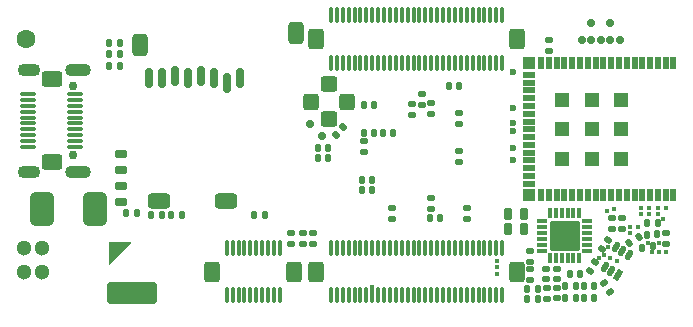
<source format=gbs>
G04*
G04 #@! TF.GenerationSoftware,Altium Limited,Altium Designer,25.1.2 (22)*
G04*
G04 Layer_Color=16711935*
%FSLAX44Y44*%
%MOMM*%
G71*
G04*
G04 #@! TF.SameCoordinates,2BCE8437-4B4B-493D-AEBF-8C89570F1AAD*
G04*
G04*
G04 #@! TF.FilePolarity,Negative*
G04*
G01*
G75*
%ADD18C,0.4000*%
G04:AMPARAMS|DCode=73|XSize=0.7mm|YSize=0.55mm|CornerRadius=0.1625mm|HoleSize=0mm|Usage=FLASHONLY|Rotation=0.000|XOffset=0mm|YOffset=0mm|HoleType=Round|Shape=RoundedRectangle|*
%AMROUNDEDRECTD73*
21,1,0.7000,0.2250,0,0,0.0*
21,1,0.3750,0.5500,0,0,0.0*
1,1,0.3250,0.1875,-0.1125*
1,1,0.3250,-0.1875,-0.1125*
1,1,0.3250,-0.1875,0.1125*
1,1,0.3250,0.1875,0.1125*
%
%ADD73ROUNDEDRECTD73*%
G04:AMPARAMS|DCode=74|XSize=0.7mm|YSize=0.55mm|CornerRadius=0.1625mm|HoleSize=0mm|Usage=FLASHONLY|Rotation=270.000|XOffset=0mm|YOffset=0mm|HoleType=Round|Shape=RoundedRectangle|*
%AMROUNDEDRECTD74*
21,1,0.7000,0.2250,0,0,270.0*
21,1,0.3750,0.5500,0,0,270.0*
1,1,0.3250,-0.1125,-0.1875*
1,1,0.3250,-0.1125,0.1875*
1,1,0.3250,0.1125,0.1875*
1,1,0.3250,0.1125,-0.1875*
%
%ADD74ROUNDEDRECTD74*%
G04:AMPARAMS|DCode=88|XSize=0.97mm|YSize=0.72mm|CornerRadius=0.135mm|HoleSize=0mm|Usage=FLASHONLY|Rotation=90.000|XOffset=0mm|YOffset=0mm|HoleType=Round|Shape=RoundedRectangle|*
%AMROUNDEDRECTD88*
21,1,0.9700,0.4500,0,0,90.0*
21,1,0.7000,0.7200,0,0,90.0*
1,1,0.2700,0.2250,0.3500*
1,1,0.2700,0.2250,-0.3500*
1,1,0.2700,-0.2250,-0.3500*
1,1,0.2700,-0.2250,0.3500*
%
%ADD88ROUNDEDRECTD88*%
%ADD98C,0.6000*%
G04:AMPARAMS|DCode=108|XSize=0.97mm|YSize=0.72mm|CornerRadius=0.135mm|HoleSize=0mm|Usage=FLASHONLY|Rotation=0.000|XOffset=0mm|YOffset=0mm|HoleType=Round|Shape=RoundedRectangle|*
%AMROUNDEDRECTD108*
21,1,0.9700,0.4500,0,0,0.0*
21,1,0.7000,0.7200,0,0,0.0*
1,1,0.2700,0.3500,-0.2250*
1,1,0.2700,-0.3500,-0.2250*
1,1,0.2700,-0.3500,0.2250*
1,1,0.2700,0.3500,0.2250*
%
%ADD108ROUNDEDRECTD108*%
%ADD111C,1.6000*%
%ADD112C,1.3000*%
%ADD113O,1.9000X1.1000*%
%ADD114O,2.2000X1.1000*%
%ADD115C,0.7500*%
%ADD116C,0.1000*%
%ADD117C,0.7000*%
%ADD182R,1.1016X1.1016*%
%ADD183R,1.1016X0.5016*%
%ADD184R,0.5016X1.1016*%
%ADD185R,1.3016X1.3016*%
G04:AMPARAMS|DCode=186|XSize=2.1mm|YSize=2.9mm|CornerRadius=0.55mm|HoleSize=0mm|Usage=FLASHONLY|Rotation=180.000|XOffset=0mm|YOffset=0mm|HoleType=Round|Shape=RoundedRectangle|*
%AMROUNDEDRECTD186*
21,1,2.1000,1.8000,0,0,180.0*
21,1,1.0000,2.9000,0,0,180.0*
1,1,1.1000,-0.5000,0.9000*
1,1,1.1000,0.5000,0.9000*
1,1,1.1000,0.5000,-0.9000*
1,1,1.1000,-0.5000,-0.9000*
%
%ADD186ROUNDEDRECTD186*%
G04:AMPARAMS|DCode=187|XSize=0.6mm|YSize=1.64mm|CornerRadius=0.175mm|HoleSize=0mm|Usage=FLASHONLY|Rotation=0.000|XOffset=0mm|YOffset=0mm|HoleType=Round|Shape=RoundedRectangle|*
%AMROUNDEDRECTD187*
21,1,0.6000,1.2900,0,0,0.0*
21,1,0.2500,1.6400,0,0,0.0*
1,1,0.3500,0.1250,-0.6450*
1,1,0.3500,-0.1250,-0.6450*
1,1,0.3500,-0.1250,0.6450*
1,1,0.3500,0.1250,0.6450*
%
%ADD187ROUNDEDRECTD187*%
G04:AMPARAMS|DCode=188|XSize=1.32mm|YSize=1.92mm|CornerRadius=0.355mm|HoleSize=0mm|Usage=FLASHONLY|Rotation=0.000|XOffset=0mm|YOffset=0mm|HoleType=Round|Shape=RoundedRectangle|*
%AMROUNDEDRECTD188*
21,1,1.3200,1.2100,0,0,0.0*
21,1,0.6100,1.9200,0,0,0.0*
1,1,0.7100,0.3050,-0.6050*
1,1,0.7100,-0.3050,-0.6050*
1,1,0.7100,-0.3050,0.6050*
1,1,0.7100,0.3050,0.6050*
%
%ADD188ROUNDEDRECTD188*%
G04:AMPARAMS|DCode=189|XSize=1.32mm|YSize=1.92mm|CornerRadius=0.355mm|HoleSize=0mm|Usage=FLASHONLY|Rotation=270.000|XOffset=0mm|YOffset=0mm|HoleType=Round|Shape=RoundedRectangle|*
%AMROUNDEDRECTD189*
21,1,1.3200,1.2100,0,0,270.0*
21,1,0.6100,1.9200,0,0,270.0*
1,1,0.7100,-0.6050,-0.3050*
1,1,0.7100,-0.6050,0.3050*
1,1,0.7100,0.6050,0.3050*
1,1,0.7100,0.6050,-0.3050*
%
%ADD189ROUNDEDRECTD189*%
G04:AMPARAMS|DCode=190|XSize=4.2mm|YSize=1.8mm|CornerRadius=0.1775mm|HoleSize=0mm|Usage=FLASHONLY|Rotation=180.000|XOffset=0mm|YOffset=0mm|HoleType=Round|Shape=RoundedRectangle|*
%AMROUNDEDRECTD190*
21,1,4.2000,1.4450,0,0,180.0*
21,1,3.8450,1.8000,0,0,180.0*
1,1,0.3550,-1.9225,0.7225*
1,1,0.3550,1.9225,0.7225*
1,1,0.3550,1.9225,-0.7225*
1,1,0.3550,-1.9225,-0.7225*
%
%ADD190ROUNDEDRECTD190*%
G04:AMPARAMS|DCode=191|XSize=0.2mm|YSize=0.2mm|CornerRadius=0.0575mm|HoleSize=0mm|Usage=FLASHONLY|Rotation=180.000|XOffset=0mm|YOffset=0mm|HoleType=Round|Shape=RoundedRectangle|*
%AMROUNDEDRECTD191*
21,1,0.2000,0.0850,0,0,180.0*
21,1,0.0850,0.2000,0,0,180.0*
1,1,0.1150,-0.0425,0.0425*
1,1,0.1150,0.0425,0.0425*
1,1,0.1150,0.0425,-0.0425*
1,1,0.1150,-0.0425,-0.0425*
%
%ADD191ROUNDEDRECTD191*%
G04:AMPARAMS|DCode=192|XSize=0.4mm|YSize=1.3mm|CornerRadius=0.125mm|HoleSize=0mm|Usage=FLASHONLY|Rotation=0.000|XOffset=0mm|YOffset=0mm|HoleType=Round|Shape=RoundedRectangle|*
%AMROUNDEDRECTD192*
21,1,0.4000,1.0500,0,0,0.0*
21,1,0.1500,1.3000,0,0,0.0*
1,1,0.2500,0.0750,-0.5250*
1,1,0.2500,-0.0750,-0.5250*
1,1,0.2500,-0.0750,0.5250*
1,1,0.2500,0.0750,0.5250*
%
%ADD192ROUNDEDRECTD192*%
G04:AMPARAMS|DCode=193|XSize=1.3mm|YSize=1.7mm|CornerRadius=0.2mm|HoleSize=0mm|Usage=FLASHONLY|Rotation=0.000|XOffset=0mm|YOffset=0mm|HoleType=Round|Shape=RoundedRectangle|*
%AMROUNDEDRECTD193*
21,1,1.3000,1.3000,0,0,0.0*
21,1,0.9000,1.7000,0,0,0.0*
1,1,0.4000,0.4500,-0.6500*
1,1,0.4000,-0.4500,-0.6500*
1,1,0.4000,-0.4500,0.6500*
1,1,0.4000,0.4500,0.6500*
%
%ADD193ROUNDEDRECTD193*%
%ADD194O,0.4000X0.9000*%
G04:AMPARAMS|DCode=195|XSize=2.5mm|YSize=2.5mm|CornerRadius=0.11mm|HoleSize=0mm|Usage=FLASHONLY|Rotation=0.000|XOffset=0mm|YOffset=0mm|HoleType=Round|Shape=RoundedRectangle|*
%AMROUNDEDRECTD195*
21,1,2.5000,2.2800,0,0,0.0*
21,1,2.2800,2.5000,0,0,0.0*
1,1,0.2200,1.1400,-1.1400*
1,1,0.2200,-1.1400,-1.1400*
1,1,0.2200,-1.1400,1.1400*
1,1,0.2200,1.1400,1.1400*
%
%ADD195ROUNDEDRECTD195*%
%ADD196O,0.9000X0.4000*%
G04:AMPARAMS|DCode=197|XSize=0.5mm|YSize=0.95mm|CornerRadius=0mm|HoleSize=0mm|Usage=FLASHONLY|Rotation=330.000|XOffset=0mm|YOffset=0mm|HoleType=Round|Shape=Rectangle|*
%AMROTATEDRECTD197*
4,1,4,-0.4540,-0.2864,0.0210,0.5364,0.4540,0.2864,-0.0210,-0.5364,-0.4540,-0.2864,0.0*
%
%ADD197ROTATEDRECTD197*%

G04:AMPARAMS|DCode=198|XSize=0.5mm|YSize=0.95mm|CornerRadius=0.15mm|HoleSize=0mm|Usage=FLASHONLY|Rotation=330.000|XOffset=0mm|YOffset=0mm|HoleType=Round|Shape=RoundedRectangle|*
%AMROUNDEDRECTD198*
21,1,0.5000,0.6500,0,0,330.0*
21,1,0.2000,0.9500,0,0,330.0*
1,1,0.3000,-0.0759,-0.3315*
1,1,0.3000,-0.2491,-0.2315*
1,1,0.3000,0.0759,0.3315*
1,1,0.3000,0.2491,0.2315*
%
%ADD198ROUNDEDRECTD198*%
G04:AMPARAMS|DCode=199|XSize=1.4mm|YSize=1.3mm|CornerRadius=0.2mm|HoleSize=0mm|Usage=FLASHONLY|Rotation=90.000|XOffset=0mm|YOffset=0mm|HoleType=Round|Shape=RoundedRectangle|*
%AMROUNDEDRECTD199*
21,1,1.4000,0.9000,0,0,90.0*
21,1,1.0000,1.3000,0,0,90.0*
1,1,0.4000,0.4500,0.5000*
1,1,0.4000,0.4500,-0.5000*
1,1,0.4000,-0.4500,-0.5000*
1,1,0.4000,-0.4500,0.5000*
%
%ADD199ROUNDEDRECTD199*%
G04:AMPARAMS|DCode=200|XSize=1.4mm|YSize=1.3mm|CornerRadius=0.2mm|HoleSize=0mm|Usage=FLASHONLY|Rotation=180.000|XOffset=0mm|YOffset=0mm|HoleType=Round|Shape=RoundedRectangle|*
%AMROUNDEDRECTD200*
21,1,1.4000,0.9000,0,0,180.0*
21,1,1.0000,1.3000,0,0,180.0*
1,1,0.4000,-0.5000,0.4500*
1,1,0.4000,0.5000,0.4500*
1,1,0.4000,0.5000,-0.4500*
1,1,0.4000,-0.5000,-0.4500*
%
%ADD200ROUNDEDRECTD200*%
G04:AMPARAMS|DCode=201|XSize=0.6mm|YSize=0.7mm|CornerRadius=0.175mm|HoleSize=0mm|Usage=FLASHONLY|Rotation=315.000|XOffset=0mm|YOffset=0mm|HoleType=Round|Shape=RoundedRectangle|*
%AMROUNDEDRECTD201*
21,1,0.6000,0.3500,0,0,315.0*
21,1,0.2500,0.7000,0,0,315.0*
1,1,0.3500,-0.0354,-0.2121*
1,1,0.3500,-0.2121,-0.0354*
1,1,0.3500,0.0354,0.2121*
1,1,0.3500,0.2121,0.0354*
%
%ADD201ROUNDEDRECTD201*%
G04:AMPARAMS|DCode=202|XSize=0.4mm|YSize=1.3mm|CornerRadius=0.125mm|HoleSize=0mm|Usage=FLASHONLY|Rotation=90.000|XOffset=0mm|YOffset=0mm|HoleType=Round|Shape=RoundedRectangle|*
%AMROUNDEDRECTD202*
21,1,0.4000,1.0500,0,0,90.0*
21,1,0.1500,1.3000,0,0,90.0*
1,1,0.2500,0.5250,0.0750*
1,1,0.2500,0.5250,-0.0750*
1,1,0.2500,-0.5250,-0.0750*
1,1,0.2500,-0.5250,0.0750*
%
%ADD202ROUNDEDRECTD202*%
G04:AMPARAMS|DCode=203|XSize=1.3mm|YSize=1.7mm|CornerRadius=0.2mm|HoleSize=0mm|Usage=FLASHONLY|Rotation=90.000|XOffset=0mm|YOffset=0mm|HoleType=Round|Shape=RoundedRectangle|*
%AMROUNDEDRECTD203*
21,1,1.3000,1.3000,0,0,90.0*
21,1,0.9000,1.7000,0,0,90.0*
1,1,0.4000,0.6500,0.4500*
1,1,0.4000,0.6500,-0.4500*
1,1,0.4000,-0.6500,-0.4500*
1,1,0.4000,-0.6500,0.4500*
%
%ADD203ROUNDEDRECTD203*%
G04:AMPARAMS|DCode=204|XSize=0.7mm|YSize=0.55mm|CornerRadius=0.1625mm|HoleSize=0mm|Usage=FLASHONLY|Rotation=275.000|XOffset=0mm|YOffset=0mm|HoleType=Round|Shape=RoundedRectangle|*
%AMROUNDEDRECTD204*
21,1,0.7000,0.2250,0,0,275.0*
21,1,0.3750,0.5500,0,0,275.0*
1,1,0.3250,-0.0957,-0.1966*
1,1,0.3250,-0.1284,0.1770*
1,1,0.3250,0.0957,0.1966*
1,1,0.3250,0.1284,-0.1770*
%
%ADD204ROUNDEDRECTD204*%
G04:AMPARAMS|DCode=205|XSize=0.7mm|YSize=0.55mm|CornerRadius=0.1625mm|HoleSize=0mm|Usage=FLASHONLY|Rotation=330.000|XOffset=0mm|YOffset=0mm|HoleType=Round|Shape=RoundedRectangle|*
%AMROUNDEDRECTD205*
21,1,0.7000,0.2250,0,0,330.0*
21,1,0.3750,0.5500,0,0,330.0*
1,1,0.3250,0.1061,-0.1912*
1,1,0.3250,-0.2186,-0.0037*
1,1,0.3250,-0.1061,0.1912*
1,1,0.3250,0.2186,0.0037*
%
%ADD205ROUNDEDRECTD205*%
G04:AMPARAMS|DCode=206|XSize=0.7mm|YSize=0.55mm|CornerRadius=0.1625mm|HoleSize=0mm|Usage=FLASHONLY|Rotation=30.000|XOffset=0mm|YOffset=0mm|HoleType=Round|Shape=RoundedRectangle|*
%AMROUNDEDRECTD206*
21,1,0.7000,0.2250,0,0,30.0*
21,1,0.3750,0.5500,0,0,30.0*
1,1,0.3250,0.2186,-0.0037*
1,1,0.3250,-0.1061,-0.1912*
1,1,0.3250,-0.2186,0.0037*
1,1,0.3250,0.1061,0.1912*
%
%ADD206ROUNDEDRECTD206*%
G04:AMPARAMS|DCode=207|XSize=0.7mm|YSize=0.55mm|CornerRadius=0.1625mm|HoleSize=0mm|Usage=FLASHONLY|Rotation=300.000|XOffset=0mm|YOffset=0mm|HoleType=Round|Shape=RoundedRectangle|*
%AMROUNDEDRECTD207*
21,1,0.7000,0.2250,0,0,300.0*
21,1,0.3750,0.5500,0,0,300.0*
1,1,0.3250,-0.0037,-0.2186*
1,1,0.3250,-0.1912,0.1061*
1,1,0.3250,0.0037,0.2186*
1,1,0.3250,0.1912,-0.1061*
%
%ADD207ROUNDEDRECTD207*%
G04:AMPARAMS|DCode=208|XSize=0.7mm|YSize=0.55mm|CornerRadius=0.1625mm|HoleSize=0mm|Usage=FLASHONLY|Rotation=105.000|XOffset=0mm|YOffset=0mm|HoleType=Round|Shape=RoundedRectangle|*
%AMROUNDEDRECTD208*
21,1,0.7000,0.2250,0,0,105.0*
21,1,0.3750,0.5500,0,0,105.0*
1,1,0.3250,0.0601,0.2102*
1,1,0.3250,0.1572,-0.1520*
1,1,0.3250,-0.0601,-0.2102*
1,1,0.3250,-0.1572,0.1520*
%
%ADD208ROUNDEDRECTD208*%
G04:AMPARAMS|DCode=209|XSize=0.7mm|YSize=0.55mm|CornerRadius=0.1625mm|HoleSize=0mm|Usage=FLASHONLY|Rotation=135.000|XOffset=0mm|YOffset=0mm|HoleType=Round|Shape=RoundedRectangle|*
%AMROUNDEDRECTD209*
21,1,0.7000,0.2250,0,0,135.0*
21,1,0.3750,0.5500,0,0,135.0*
1,1,0.3250,-0.0530,0.2121*
1,1,0.3250,0.2121,-0.0530*
1,1,0.3250,0.0530,-0.2121*
1,1,0.3250,-0.2121,0.0530*
%
%ADD209ROUNDEDRECTD209*%
G36*
X106098Y55993D02*
X106192Y55964D01*
X106279Y55918D01*
X106355Y55855D01*
X106418Y55779D01*
X106464Y55693D01*
X106493Y55598D01*
X106502Y55500D01*
X106493Y55402D01*
X106471Y55330D01*
X106464Y55308D01*
X106418Y55221D01*
X106355Y55145D01*
X106355Y55145D01*
X88355Y37145D01*
X88355Y37145D01*
X88279Y37082D01*
X88192Y37036D01*
X88170Y37029D01*
X88098Y37007D01*
X88049Y37002D01*
X88000Y36998D01*
X87911Y37006D01*
X87902Y37007D01*
X87808Y37036D01*
X87721Y37082D01*
X87679Y37117D01*
X87645Y37145D01*
X87582Y37221D01*
X87536Y37308D01*
X87529Y37330D01*
X87507Y37402D01*
X87502Y37451D01*
X87498Y37500D01*
X87498Y37500D01*
Y55500D01*
X87507Y55598D01*
X87536Y55692D01*
X87582Y55779D01*
X87645Y55855D01*
X87721Y55918D01*
X87808Y55964D01*
X87902Y55993D01*
X88000Y56002D01*
X106000Y56003D01*
D01*
D01*
X106000D01*
X106098Y55993D01*
D02*
G37*
D18*
X510000Y52000D02*
D03*
X547000Y48000D02*
D03*
X544000Y55000D02*
D03*
X553000D02*
D03*
Y48000D02*
D03*
X559000Y55000D02*
D03*
Y48000D02*
D03*
X559054Y84836D02*
D03*
X552450D02*
D03*
X545084Y84582D02*
D03*
X538226D02*
D03*
X552450Y79756D02*
D03*
X545084D02*
D03*
X538226D02*
D03*
X535686Y69088D02*
D03*
X529082D02*
D03*
Y63500D02*
D03*
X502551Y42449D02*
D03*
X508940Y82565D02*
D03*
X515000Y84365D02*
D03*
X476000Y53000D02*
D03*
X472000D02*
D03*
X480000D02*
D03*
X484000D02*
D03*
X485750Y42250D02*
D03*
X512000Y43000D02*
D03*
X517500Y40000D02*
D03*
X507000Y45000D02*
D03*
X310500Y18000D02*
D03*
X557022Y75946D02*
D03*
X416400Y34900D02*
D03*
Y39800D02*
D03*
Y29400D02*
D03*
D73*
X327250Y75730D02*
D03*
Y84770D02*
D03*
X513300Y76572D02*
D03*
Y67072D02*
D03*
X522190Y67326D02*
D03*
Y76826D02*
D03*
X466600Y17350D02*
D03*
Y8650D02*
D03*
X466818Y33500D02*
D03*
Y24800D02*
D03*
X457928Y33500D02*
D03*
Y24800D02*
D03*
X559020Y54348D02*
D03*
Y63388D02*
D03*
X458200Y17120D02*
D03*
X458200Y8080D02*
D03*
X444300Y33020D02*
D03*
Y23980D02*
D03*
X444212Y39362D02*
D03*
Y48402D02*
D03*
X303500Y141720D02*
D03*
Y132680D02*
D03*
X460000Y227250D02*
D03*
Y217750D02*
D03*
X352250Y181750D02*
D03*
Y172250D02*
D03*
X252000Y54250D02*
D03*
Y63750D02*
D03*
X242000Y54250D02*
D03*
Y63750D02*
D03*
X390750Y75980D02*
D03*
Y85020D02*
D03*
X383850Y123970D02*
D03*
Y133010D02*
D03*
X383840Y165060D02*
D03*
Y156020D02*
D03*
X360400Y173520D02*
D03*
Y164480D02*
D03*
X359870Y83980D02*
D03*
Y93020D02*
D03*
X343890Y172990D02*
D03*
Y163950D02*
D03*
X260000Y63520D02*
D03*
Y54480D02*
D03*
D74*
X498516Y18736D02*
D03*
X489476D02*
D03*
X219340Y78940D02*
D03*
X210300D02*
D03*
X273270Y136000D02*
D03*
X264230D02*
D03*
X140250Y79000D02*
D03*
X149750D02*
D03*
X123250D02*
D03*
X132750D02*
D03*
X368270Y76500D02*
D03*
X359230D02*
D03*
X477962Y29404D02*
D03*
X486662D02*
D03*
X489646Y8322D02*
D03*
X498346D02*
D03*
X473982Y18736D02*
D03*
X483022D02*
D03*
X552110Y72330D02*
D03*
X543070D02*
D03*
X441880Y8200D02*
D03*
X450920Y8200D02*
D03*
X450820Y16500D02*
D03*
X441780Y16500D02*
D03*
X473982Y8322D02*
D03*
X483022D02*
D03*
X111000Y81000D02*
D03*
X101960D02*
D03*
X328370Y148360D02*
D03*
X319330D02*
D03*
X310520Y109000D02*
D03*
X301480D02*
D03*
Y100000D02*
D03*
X310520D02*
D03*
X303230Y148500D02*
D03*
X312270D02*
D03*
X384320Y188500D02*
D03*
X375280D02*
D03*
X312410Y172310D02*
D03*
X303370D02*
D03*
X273270Y127250D02*
D03*
X264230D02*
D03*
X87980Y225000D02*
D03*
X97020D02*
D03*
X87980Y215000D02*
D03*
X97020D02*
D03*
X87980Y205000D02*
D03*
X97020D02*
D03*
D88*
X425750Y80001D02*
D03*
X439249D02*
D03*
Y67501D02*
D03*
X425750D02*
D03*
D98*
X429500Y135500D02*
D03*
Y199750D02*
D03*
X429750Y169500D02*
D03*
X429500Y156750D02*
D03*
Y149750D02*
D03*
Y125750D02*
D03*
D108*
X98001Y130751D02*
D03*
Y117250D02*
D03*
X97999Y103750D02*
D03*
Y90250D02*
D03*
D111*
X17320Y227690D02*
D03*
D112*
X30820Y50940D02*
D03*
Y30940D02*
D03*
X15820D02*
D03*
Y50940D02*
D03*
D113*
X20000Y115800D02*
D03*
Y202200D02*
D03*
D114*
X61800Y115800D02*
D03*
Y202200D02*
D03*
D115*
X56800Y187900D02*
D03*
Y130100D02*
D03*
D116*
X545244Y234578D02*
D03*
Y24578D02*
D03*
X65244D02*
D03*
Y234578D02*
D03*
D117*
X488000Y227000D02*
D03*
X496000D02*
D03*
X504000D02*
D03*
X512000D02*
D03*
X520000D02*
D03*
X496000Y242000D02*
D03*
X512000D02*
D03*
D182*
X443572Y207578D02*
D03*
Y95578D02*
D03*
D183*
Y151578D02*
D03*
Y138378D02*
D03*
X443572Y144978D02*
D03*
Y131778D02*
D03*
X443572Y125178D02*
D03*
X443572Y118578D02*
D03*
X443572Y111978D02*
D03*
X443572Y105378D02*
D03*
X443572Y191178D02*
D03*
X443572Y184578D02*
D03*
X443572Y177978D02*
D03*
X443572Y171378D02*
D03*
X443572Y164778D02*
D03*
X443572Y158178D02*
D03*
X443572Y197778D02*
D03*
D184*
X473172Y207578D02*
D03*
X466572D02*
D03*
X492972D02*
D03*
X499572D02*
D03*
X486372D02*
D03*
X479772D02*
D03*
X519372D02*
D03*
X525972D02*
D03*
X512772D02*
D03*
X506172D02*
D03*
X545772D02*
D03*
X552372D02*
D03*
X539172D02*
D03*
X532572D02*
D03*
X545772Y95578D02*
D03*
X552372D02*
D03*
X565572D02*
D03*
X558972D02*
D03*
X519372D02*
D03*
X525972D02*
D03*
X539172Y95578D02*
D03*
X532572Y95578D02*
D03*
X492972D02*
D03*
X499572D02*
D03*
X512772Y95578D02*
D03*
X506172Y95578D02*
D03*
X479772D02*
D03*
X486372Y95578D02*
D03*
X473172Y95578D02*
D03*
X466572D02*
D03*
X459972Y95578D02*
D03*
Y207578D02*
D03*
X453372D02*
D03*
X565572D02*
D03*
X558972D02*
D03*
X453372Y95578D02*
D03*
D185*
X496174Y151578D02*
D03*
X471174D02*
D03*
X521174D02*
D03*
X471174Y126578D02*
D03*
X471174Y176578D02*
D03*
X521174Y126578D02*
D03*
X496174Y126578D02*
D03*
X521174Y176578D02*
D03*
X496174D02*
D03*
D186*
X75820Y84000D02*
D03*
X30820D02*
D03*
D187*
X121784Y194922D02*
D03*
X132848Y194758D02*
D03*
X143848Y196758D02*
D03*
X154848Y194758D02*
D03*
X165848Y196758D02*
D03*
X176848Y194758D02*
D03*
X187848Y190758D02*
D03*
X198848Y194758D02*
D03*
D188*
X114045Y223032D02*
D03*
X245545Y233032D02*
D03*
D189*
X186948Y90935D02*
D03*
X129948D02*
D03*
D190*
X107000Y13000D02*
D03*
D191*
X92000Y51000D02*
D03*
D192*
X275500Y208000D02*
D03*
X280500D02*
D03*
X285500D02*
D03*
X290500D02*
D03*
X295500D02*
D03*
X300500D02*
D03*
X305500D02*
D03*
X310500D02*
D03*
X315500D02*
D03*
X320500D02*
D03*
X325500D02*
D03*
X330500D02*
D03*
X335500D02*
D03*
X340500D02*
D03*
X345500D02*
D03*
X350500D02*
D03*
X355500D02*
D03*
X360500D02*
D03*
X365500D02*
D03*
X370500D02*
D03*
X375500D02*
D03*
X380500D02*
D03*
X385500D02*
D03*
X390500D02*
D03*
X395500D02*
D03*
X400500D02*
D03*
X405500D02*
D03*
X410500D02*
D03*
X415500D02*
D03*
X420500D02*
D03*
Y248000D02*
D03*
X415500D02*
D03*
X410500D02*
D03*
X405500D02*
D03*
X400500D02*
D03*
X395500D02*
D03*
X390500D02*
D03*
X385500D02*
D03*
X380500D02*
D03*
X375500D02*
D03*
X370500D02*
D03*
X365500D02*
D03*
X360500D02*
D03*
X355500D02*
D03*
X350500D02*
D03*
X345500D02*
D03*
X340500D02*
D03*
X335500D02*
D03*
X330500D02*
D03*
X325500D02*
D03*
X320500D02*
D03*
X315500D02*
D03*
X310500D02*
D03*
X305500D02*
D03*
X300500D02*
D03*
X295500D02*
D03*
X290500D02*
D03*
X285500D02*
D03*
X280500D02*
D03*
X275500D02*
D03*
X187320Y51000D02*
D03*
X192320D02*
D03*
X197320D02*
D03*
X202320D02*
D03*
X207320D02*
D03*
X212320D02*
D03*
X217320D02*
D03*
X222320D02*
D03*
X227320D02*
D03*
X232320D02*
D03*
X187320Y11000D02*
D03*
X192320D02*
D03*
X197320D02*
D03*
X202320D02*
D03*
X207320D02*
D03*
X212320D02*
D03*
X217320D02*
D03*
X222320D02*
D03*
X227320D02*
D03*
X232320D02*
D03*
X420500Y51000D02*
D03*
X415500D02*
D03*
X410500D02*
D03*
X405500D02*
D03*
X400500D02*
D03*
X395500D02*
D03*
X390500D02*
D03*
X385500D02*
D03*
X380500D02*
D03*
X375500D02*
D03*
X370500D02*
D03*
X365500D02*
D03*
X360500D02*
D03*
X355500D02*
D03*
X350500D02*
D03*
X345500D02*
D03*
X340500D02*
D03*
X335500D02*
D03*
X330500D02*
D03*
X325500D02*
D03*
X320500D02*
D03*
X315500D02*
D03*
X310500D02*
D03*
X305500D02*
D03*
X300500D02*
D03*
X295500D02*
D03*
X290500D02*
D03*
X285500D02*
D03*
X280500D02*
D03*
X275500D02*
D03*
Y11000D02*
D03*
X280500D02*
D03*
X285500D02*
D03*
X290500D02*
D03*
X295500D02*
D03*
X300500D02*
D03*
X305500D02*
D03*
X310500D02*
D03*
X315500D02*
D03*
X320500D02*
D03*
X325500D02*
D03*
X330500D02*
D03*
X335500D02*
D03*
X340500D02*
D03*
X345500D02*
D03*
X350500D02*
D03*
X355500D02*
D03*
X360500D02*
D03*
X365500D02*
D03*
X370500D02*
D03*
X375500D02*
D03*
X380500D02*
D03*
X385500D02*
D03*
X390500D02*
D03*
X395500D02*
D03*
X400500D02*
D03*
X405500D02*
D03*
X410500D02*
D03*
X415500D02*
D03*
X420500D02*
D03*
D193*
X432750Y228000D02*
D03*
X263250D02*
D03*
X175070Y31000D02*
D03*
X244570D02*
D03*
X263250Y31000D02*
D03*
X432750D02*
D03*
D194*
X470882Y42358D02*
D03*
X475882D02*
D03*
X460882Y80358D02*
D03*
X465882D02*
D03*
X470882D02*
D03*
X475882D02*
D03*
X480882D02*
D03*
X485882D02*
D03*
Y42358D02*
D03*
X480882D02*
D03*
X465882D02*
D03*
X460882D02*
D03*
D195*
X473382Y61358D02*
D03*
D196*
X454382Y48858D02*
D03*
Y53858D02*
D03*
Y58858D02*
D03*
Y63858D02*
D03*
Y68858D02*
D03*
Y73858D02*
D03*
X492382D02*
D03*
Y68858D02*
D03*
Y63858D02*
D03*
Y58858D02*
D03*
Y53858D02*
D03*
Y48858D02*
D03*
D197*
X518497Y28595D02*
D03*
D198*
X512868Y31845D02*
D03*
X507239Y35095D02*
D03*
X516739Y51549D02*
D03*
X522368Y48299D02*
D03*
X527997Y45049D02*
D03*
D199*
X288820Y174940D02*
D03*
X258820D02*
D03*
D200*
X273820Y159940D02*
D03*
Y189940D02*
D03*
D201*
X267820Y145940D02*
D03*
X257920Y155840D02*
D03*
D202*
X59000Y181500D02*
D03*
Y176500D02*
D03*
Y171500D02*
D03*
Y166500D02*
D03*
Y161500D02*
D03*
Y156500D02*
D03*
Y151500D02*
D03*
Y146500D02*
D03*
Y141500D02*
D03*
Y136500D02*
D03*
X19000Y181500D02*
D03*
Y176500D02*
D03*
Y171500D02*
D03*
Y166500D02*
D03*
Y161500D02*
D03*
Y156500D02*
D03*
Y151500D02*
D03*
Y146500D02*
D03*
Y141500D02*
D03*
Y136500D02*
D03*
D203*
X39000Y193750D02*
D03*
Y124250D02*
D03*
D204*
X543003Y62299D02*
D03*
X551669Y63057D02*
D03*
D205*
X494784Y31332D02*
D03*
X499304Y39160D02*
D03*
X509972Y58210D02*
D03*
X505452Y50382D02*
D03*
D206*
X511470Y13955D02*
D03*
X506950Y21784D02*
D03*
D207*
X528186Y55540D02*
D03*
X536014Y60060D02*
D03*
D208*
X539160Y50840D02*
D03*
X547892Y53180D02*
D03*
D209*
X286016Y153136D02*
D03*
X279624Y146744D02*
D03*
M02*

</source>
